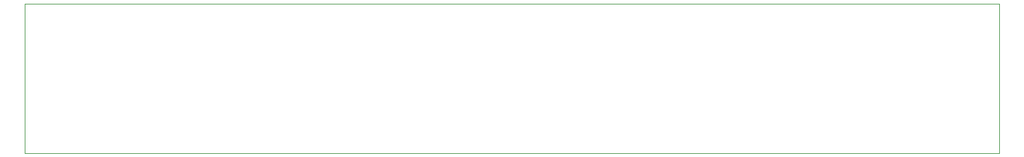
<source format=gm1>
%TF.GenerationSoftware,KiCad,Pcbnew,9.0.0*%
%TF.CreationDate,2025-03-31T12:11:15+01:00*%
%TF.ProjectId,vm_keycap_button_row_0.2,766d5f6b-6579-4636-9170-5f627574746f,v0.2*%
%TF.SameCoordinates,PX876bf80PY47868c0*%
%TF.FileFunction,Profile,NP*%
%FSLAX45Y45*%
G04 Gerber Fmt 4.5, Leading zero omitted, Abs format (unit mm)*
G04 Created by KiCad (PCBNEW 9.0.0) date 2025-03-31 12:11:15*
%MOMM*%
%LPD*%
G01*
G04 APERTURE LIST*
%TA.AperFunction,Profile*%
%ADD10C,0.050000*%
%TD*%
G04 APERTURE END LIST*
D10*
X-6400000Y1000000D02*
X6600000Y1000000D01*
X6600000Y-1000000D01*
X-6400000Y-1000000D01*
X-6400000Y1000000D01*
M02*

</source>
